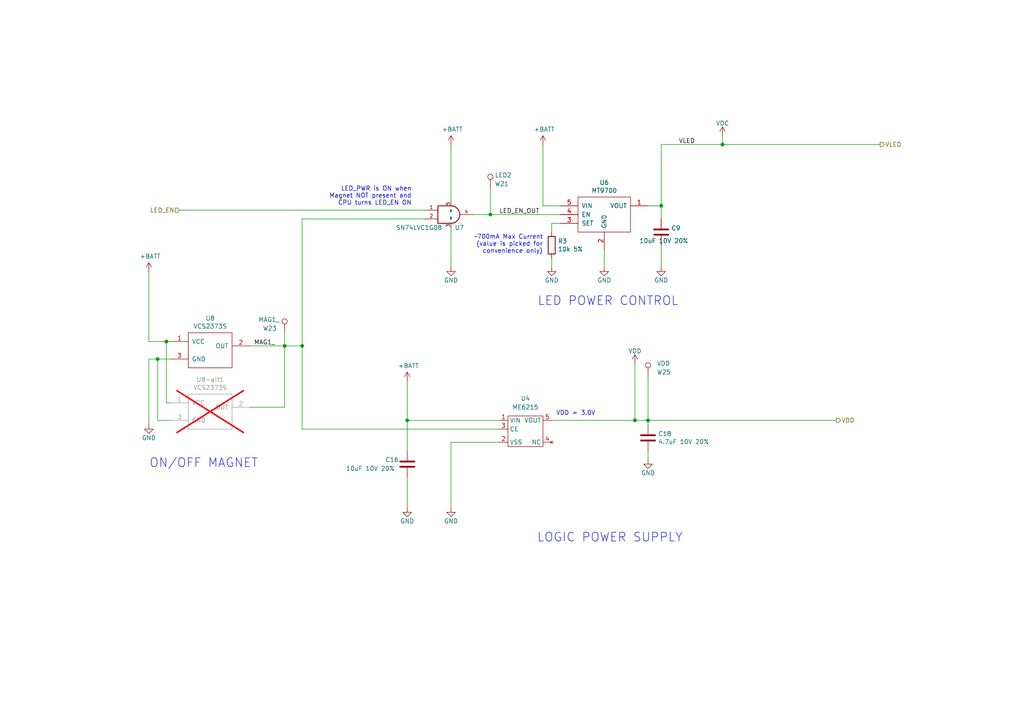
<source format=kicad_sch>
(kicad_sch (version 20231120) (generator "eeschema") (generator_version "8.0")
  (paper "A4")
  (title_block (title "Pixels D20 Schematic, Power") (date "2020-04-13") (rev "2") (company "Systemic Games, LLC"))
  (lib_symbols
    (symbol "Device:C" (pin_numbers hide) (pin_names (offset 0.254))
      (property "Reference" "C" (at 0.635 2.54 0))
      (property "Value" "C" (at 0.635 -2.54 0))
      (symbol "C_0_1"
        (polyline (pts (xy -2.032 -0.762) (xy 2.032 -0.762)) (stroke (width 0.508)))
        (polyline (pts (xy -2.032 0.762) (xy 2.032 0.762)) (stroke (width 0.508)))
      )
      (symbol "C_1_1"
        (pin passive line (at 0 3.81 270) (length 2.794) (name "~") (number "1"))
        (pin passive line (at 0 -3.81 90) (length 2.794) (name "~") (number "2"))
      )
    )
    (symbol "Device:R" (pin_numbers hide) (pin_names (offset 0))
      (property "Reference" "R" (at 2.032 0 90))
      (property "Value" "R" (at 0 0 90))
      (symbol "R_0_1"
        (rectangle (start -1.016 -2.54) (end 1.016 2.54) (stroke (width 0.254)))
      )
      (symbol "R_1_1"
        (pin passive line (at 0 3.81 270) (length 1.27) (name "~") (number "1"))
        (pin passive line (at 0 -3.81 90) (length 1.27) (name "~") (number "2"))
      )
    )
    (symbol "Pixels-dice:74AHC1G08" (pin_names (offset 1.016))
      (property "Reference" "U" (at -2.54 3.81 0))
      (property "Value" "74AHC1G08" (at 0 -3.81 0))
      (symbol "74AHC1G08_0_1"
        (arc (start 0 -2.54) (mid 2.529 0) (end 0 2.54) (stroke (width 0.254)))
        (polyline (pts (xy 0 -2.54) (xy -3.81 -2.54) (xy -3.81 2.54) (xy 0 2.54)) (stroke (width 0.254)))
      )
      (symbol "74AHC1G08_1_1"
        (pin input line (at -7.62 1.27 0) (length 3.81) (name "~") (number "1"))
        (pin input line (at -7.62 -1.27 0) (length 3.81) (name "~") (number "2"))
        (pin power_in line (at 0 -3.81 90) (length 1.27) (name "GND") (number "3"))
        (pin output line (at 6.35 0 180) (length 3.81) (name "~") (number "4"))
        (pin power_in line (at 0 3.81 270) (length 1.27) (name "VCC") (number "5"))
      )
    )
    (symbol "Pixels-dice:ME6215"
      (property "Reference" "U" (at 3.175 -6.35 0))
      (property "Value" "ME6215" (at 0 5.08 0))
      (symbol "ME6215_0_1"
        (rectangle (start -5.08 3.81) (end 5.08 -5.08))
      )
      (symbol "ME6215_1_1"
        (pin power_in line (at -7.62 2.54 0) (length 2.54) (name "VIN") (number "1"))
        (pin power_in line (at -7.62 -3.81 0) (length 2.54) (name "VSS") (number "2"))
        (pin input line (at -7.62 0 0) (length 2.54) (name "CE") (number "3"))
        (pin no_connect line (at 7.62 -3.81 180) (length 2.54) (name "NC") (number "4"))
        (pin power_out line (at 7.62 2.54 180) (length 2.54) (name "VOUT") (number "5"))
      )
    )
    (symbol "Pixels-dice:MT9700" (pin_names (offset 1.016))
      (property "Reference" "U" (at 6.35 -6.35 0))
      (property "Value" "MT9700" (at 0 6.35 0))
      (symbol "MT9700_0_1"
        (rectangle (start -7.62 5.08) (end 7.62 -5.08))
      )
      (symbol "MT9700_1_1"
        (pin power_out line (at 12.7 2.54 180) (length 5.08) (name "VOUT") (number "1"))
        (pin power_in line (at 0 -10.16 90) (length 5.08) (name "GND") (number "2"))
        (pin input line (at -12.7 -2.54 0) (length 5.08) (name "SET") (number "3"))
        (pin input line (at -12.7 0 0) (length 5.08) (name "EN") (number "4"))
        (pin power_in line (at -12.7 2.54 0) (length 5.08) (name "VIN") (number "5"))
      )
    )
    (symbol "Pixels-dice:TEST_1P-conn" (pin_numbers hide) (pin_names (offset 0.762) hide)
      (property "Reference" "W" (at 0 6.858 0))
      (property "Value" "TEST_1P-conn" (at 0 5.08 0))
      (symbol "TEST_1P-conn_0_1"
        (circle (center 0 3.302) (radius 0.762))
      )
      (symbol "TEST_1P-conn_1_1"
        (pin passive line (at 0 0 90) (length 2.54) (name "1") (number "1"))
      )
    )
    (symbol "Pixels-dice:TMR1366" (pin_names (offset 1.016))
      (property "Reference" "U" (at 3.81 -6.35 0))
      (property "Value" "TMR1366" (at 0 6.35 0))
      (symbol "TMR1366_1_1"
        (rectangle (start -6.35 5.08) (end 6.35 -5.08))
        (pin power_in line (at -11.43 2.54 0) (length 5.08) (name "VCC") (number "1"))
        (pin output line (at 11.43 1.27 180) (length 5.08) (name "OUT") (number "2"))
        (pin power_in line (at -11.43 -2.54 0) (length 5.08) (name "GND") (number "3"))
      )
    )
    (symbol "power:+BATT" (power) (pin_names (offset 0))
      (property "Value" "+BATT" (at 0 3.556 0))
      (symbol "+BATT_0_1"
        (polyline (pts (xy -0.762 1.27) (xy 0 2.54)))
        (polyline (pts (xy 0 0) (xy 0 2.54)))
        (polyline (pts (xy 0 2.54) (xy 0.762 1.27)))
      )
      (symbol "+BATT_1_1"
        (pin power_in line (at 0 0 90) (length 0) hide (name "+BATT") (number "1"))
      )
    )
    (symbol "power:GND" (power) (pin_names (offset 0))
      (property "Value" "GND" (at 0 -3.81 0))
      (symbol "GND_0_1"
        (polyline (pts (xy 0 0) (xy 0 -1.27) (xy 1.27 -1.27) (xy 0 -2.54) (xy -1.27 -1.27) (xy 0 -1.27)))
      )
      (symbol "GND_1_1"
        (pin power_in line (at 0 0 270) (length 0) hide (name "GND") (number "1"))
      )
    )
    (symbol "power:VDC" (power) (pin_names (offset 0))
      (property "Value" "VDC" (at 0 6.35 0))
      (symbol "VDC_0_1"
        (polyline (pts (xy -0.762 1.27) (xy 0 2.54)))
        (polyline (pts (xy 0 0) (xy 0 2.54)))
        (polyline (pts (xy 0 2.54) (xy 0.762 1.27)))
      )
      (symbol "VDC_1_1"
        (pin power_in line (at 0 0 90) (length 0) hide (name "VDC") (number "1"))
      )
    )
    (symbol "power:VDD" (power) (pin_names (offset 0))
      (property "Value" "VDD" (at 0 3.81 0))
      (symbol "VDD_0_1"
        (polyline (pts (xy -0.762 1.27) (xy 0 2.54)))
        (polyline (pts (xy 0 0) (xy 0 2.54)))
        (polyline (pts (xy 0 2.54) (xy 0.762 1.27)))
      )
      (symbol "VDD_1_1"
        (pin power_in line (at 0 0 90) (length 0) hide (name "VDD") (number "1"))
      )
    )
  )
  (junction (at 142.24 62.23))
  (junction (at 48.26 99.06))
  (junction (at 209.55 41.91))
  (junction (at 87.63 100.33))
  (junction (at 82.55 100.33))
  (junction (at 184.15 121.92))
  (junction (at 191.77 59.69))
  (junction (at 118.11 121.92))
  (junction (at 187.96 121.92))
  (junction (at 45.72 104.14))
  (wire (pts (xy 45.72 104.14) (xy 43.18 104.14)))
  (wire (pts (xy 45.72 121.92) (xy 45.72 104.14)))
  (wire (pts (xy 87.63 100.33) (xy 82.55 100.33)))
  (wire (pts (xy 187.96 130.81) (xy 187.96 133.35)))
  (wire (pts (xy 118.11 121.92) (xy 144.78 121.92)))
  (wire (pts (xy 43.18 78.74) (xy 43.18 99.06)))
  (wire (pts (xy 118.11 130.81) (xy 118.11 121.92)))
  (wire (pts (xy 49.53 104.14) (xy 45.72 104.14)))
  (wire (pts (xy 255.27 41.91) (xy 209.55 41.91)))
  (wire (pts (xy 175.26 72.39) (xy 175.26 77.47)))
  (wire (pts (xy 82.55 118.11) (xy 82.55 100.33)))
  (wire (pts (xy 118.11 138.43) (xy 118.11 147.32)))
  (wire (pts (xy 130.81 128.27) (xy 130.81 147.32)))
  (wire (pts (xy 52.07 60.96) (xy 123.19 60.96)))
  (wire (pts (xy 187.96 121.92) (xy 187.96 123.19)))
  (wire (pts (xy 43.18 104.14) (xy 43.18 123.19)))
  (wire (pts (xy 48.26 99.06) (xy 49.53 99.06)))
  (wire (pts (xy 187.96 121.92) (xy 242.57 121.92)))
  (wire (pts (xy 160.02 121.92) (xy 184.15 121.92)))
  (wire (pts (xy 191.77 63.5) (xy 191.77 59.69)))
  (wire (pts (xy 48.26 99.06) (xy 48.26 116.84)))
  (wire (pts (xy 209.55 41.91) (xy 191.77 41.91)))
  (wire (pts (xy 162.56 59.69) (xy 157.48 59.69)))
  (wire (pts (xy 87.63 63.5) (xy 87.63 100.33)))
  (wire (pts (xy 130.81 66.04) (xy 130.81 77.47)))
  (wire (pts (xy 43.18 99.06) (xy 48.26 99.06)))
  (wire (pts (xy 130.81 41.91) (xy 130.81 58.42)))
  (wire (pts (xy 142.24 62.23) (xy 162.56 62.23)))
  (wire (pts (xy 72.39 118.11) (xy 82.55 118.11)))
  (wire (pts (xy 209.55 39.37) (xy 209.55 41.91)))
  (wire (pts (xy 162.56 64.77) (xy 160.02 64.77)))
  (wire (pts (xy 48.26 116.84) (xy 49.53 116.84)))
  (wire (pts (xy 49.53 121.92) (xy 45.72 121.92)))
  (wire (pts (xy 160.02 74.93) (xy 160.02 77.47)))
  (wire (pts (xy 137.16 62.23) (xy 142.24 62.23)))
  (wire (pts (xy 87.63 124.46) (xy 144.78 124.46)))
  (wire (pts (xy 184.15 105.41) (xy 184.15 121.92)))
  (wire (pts (xy 118.11 110.49) (xy 118.11 121.92)))
  (wire (pts (xy 184.15 121.92) (xy 187.96 121.92)))
  (wire (pts (xy 82.55 100.33) (xy 72.39 100.33)))
  (wire (pts (xy 160.02 64.77) (xy 160.02 67.31)))
  (wire (pts (xy 187.96 59.69) (xy 191.77 59.69)))
  (wire (pts (xy 87.63 100.33) (xy 87.63 124.46)))
  (wire (pts (xy 157.48 41.91) (xy 157.48 59.69)))
  (wire (pts (xy 144.78 128.27) (xy 130.81 128.27)))
  (wire (pts (xy 142.24 54.61) (xy 142.24 62.23)))
  (wire (pts (xy 187.96 109.22) (xy 187.96 121.92)))
  (wire (pts (xy 191.77 41.91) (xy 191.77 59.69)))
  (wire (pts (xy 82.55 96.52) (xy 82.55 100.33)))
  (wire (pts (xy 87.63 63.5) (xy 123.19 63.5)))
  (wire (pts (xy 191.77 71.12) (xy 191.77 77.47)))
  (text "LOGIC POWER SUPPLY" (at 198.12 157.48 0) (effects (font (size 2.54 2.54)) (justify right bottom)))
  (text "ON/OFF MAGNET" (at 74.93 135.89 0) (effects (font (size 2.54 2.54)) (justify right bottom)))
  (text "LED_PWR is ON when\nMagnet NOT present and\nCPU turns LED_EN ON" (at 119.38 59.69 0) (effects (font (size 1.27 1.27)) (justify right bottom)))
  (text "LED POWER CONTROL" (at 196.85 88.9 0) (effects (font (size 2.54 2.54)) (justify right bottom)))
  (text "~700mA Max Current\n(value is picked for\nconvenience only)" (at 157.48 73.66 0) (effects (font (size 1.27 1.27)) (justify right bottom)))
  (text "VDD = 3.0V" (at 172.72 120.65 0) (effects (font (size 1.27 1.27)) (justify right bottom)))
  (label "MAG1_" (at 73.66 100.33 0))
  (label "VLED" (at 196.85 41.91 0))
  (label "LED_EN_OUT" (at 144.78 62.23 0))
  (hierarchical_label "LED_EN" (shape input) (at 52.07 60.96 180))
  (hierarchical_label "VDD" (shape output) (at 242.57 121.92 0))
  (hierarchical_label "VLED" (shape output) (at 255.27 41.91 0))
  (symbol (lib_id "Pixels-dice:TEST_1P-conn") (at 142.24 54.61 0) (unit 1) (in_bom no)
    (property "Reference" "W21" (at 143.51 53.34 0) (effects (justify left)))
    (property "Value" "LED2" (at 143.51 50.8 0) (effects (justify left)))
    (property "Footprint" "Pixels-dice:TEST_PIN" (effects (hide yes)))
    (property "Generic OK" "N/A" (effects (hide yes)))
  )
  (symbol (lib_id "power:+BATT") (at 157.48 41.91 0) (unit 1)
    (property "Reference" "#PWR033" (effects (hide yes)))
    (property "Value" "+BATT" (at 157.861 37.5158 0))
  )
  (symbol (lib_id "power:GND") (at 175.26 77.47 0) (unit 1)
    (property "Reference" "#PWR038" (effects (hide yes)))
    (property "Value" "GND" (at 175.26 81.28 0))
  )
  (symbol (lib_id "power:GND") (at 43.18 123.19 0) (unit 1)
    (property "Reference" "#PWR039" (effects (hide yes)))
    (property "Value" "GND" (at 43.18 127 0))
  )
  (symbol (lib_id "power:+BATT") (at 43.18 78.74 0) (unit 1)
    (property "Reference" "#PWR036" (effects (hide yes)))
    (property "Value" "+BATT" (at 43.561 74.3458 0))
  )
  (symbol (lib_id "Pixels-dice:TEST_1P-conn") (at 82.55 96.52 0) (unit 1) (in_bom no)
    (property "Reference" "W23" (at 76.2 95.25 0) (effects (justify left)))
    (property "Value" "MAG1_" (at 74.93 92.71 0) (effects (justify left)))
    (property "Footprint" "Pixels-dice:TEST_PIN" (effects (hide yes)))
    (property "Generic OK" "N/A" (effects (hide yes)))
  )
  (symbol (lib_id "Pixels-dice:74AHC1G08") (at 130.81 62.23 0) (unit 1)
    (property "Reference" "U7" (at 134.62 66.04 0) (effects (justify right)))
    (property "Value" "SN74LVC1G08" (at 128.27 66.04 0) (effects (justify right)))
    (property "Footprint" "Pixels-dice:SOT-353_SC-70-5" (effects (hide yes)))
    (property "Datasheet" "http://www.ti.com/lit/sg/scyt129e/scyt129e.pdf" (effects (hide yes)))
    (property "Generic OK" "YES" (effects (hide yes)))
    (property "Manufacturer" "UMW(Youtai Semiconductor Co., Ltd.)" (effects (hide yes)))
    (property "Manufacturer Part Number" "SN74LVC1G08DCKR" (effects (hide yes)))
    (property "Pixels Part Number" "SMD-U007" (effects (hide yes)))
  )
  (symbol (lib_id "power:+BATT") (at 130.81 41.91 0) (unit 1)
    (property "Reference" "#PWR020" (effects (hide yes)))
    (property "Value" "+BATT" (at 131.191 37.5158 0))
  )
  (symbol (lib_id "power:GND") (at 130.81 77.47 0) (unit 1)
    (property "Reference" "#PWR034" (effects (hide yes)))
    (property "Value" "GND" (at 130.81 81.28 0))
  )
  (symbol (lib_id "Pixels-dice:TMR1366") (at 60.96 101.6 0) (unit 1)
    (property "Reference" "U8" (at 60.96 92.329 0))
    (property "Value" "VCS2373S" (at 60.96 94.6404 0))
    (property "Footprint" "Pixels-dice:SOT-23" (effects (hide yes)))
    (property "Generic OK" "NO" (effects (hide yes)))
    (property "Manufacturer" "HUAXIN" (effects (hide yes)))
    (property "Manufacturer Part Number" "VCS2373S" (effects (hide yes)))
    (property "Pixels Part Number" "SMD-U008-ALT8" (effects (hide yes)))
  )
  (symbol (lib_id "Device:C") (at 191.77 67.31 0) (unit 1)
    (property "Reference" "C9" (at 194.691 66.1416 0) (effects (justify left)))
    (property "Value" "10uF 10V 20%" (at 185.42 69.85 0) (effects (justify left)))
    (property "Footprint" "Pixels-dice:C_0402_1005Metric" (effects (hide yes)))
    (property "Generic OK" "YES" (effects (hide yes)))
    (property "Pixels Part Number" "SMD-C002" (effects (hide yes)))
    (property "Manufacturer" "Murata" (effects (hide yes)))
    (property "Manufacturer Part Number" "GRM155R60J106ME05D" (effects (hide yes)))
  )
  (symbol (lib_id "power:GND") (at 191.77 77.47 0) (unit 1)
    (property "Reference" "#PWR0142" (effects (hide yes)))
    (property "Value" "GND" (at 191.77 81.28 0))
  )
  (symbol (lib_id "Pixels-dice:MT9700") (at 175.26 62.23 0) (unit 1)
    (property "Reference" "U6" (at 175.26 52.959 0))
    (property "Value" "MT9700" (at 175.26 55.2704 0))
    (property "Footprint" "Pixels-dice:SOT-23-5" (effects (hide yes)))
    (property "Manufacturer" "XI'AN Aerosemi Tech" (effects (hide yes)))
    (property "Manufacturer Part Number" "MT9700" (effects (hide yes)))
    (property "Pixels Part Number" "SMD-U006-ALT2" (effects (hide yes)))
    (property "Generic OK" "NO" (effects (hide yes)))
  )
  (symbol (lib_id "Device:R") (at 160.02 71.12 0) (unit 1)
    (property "Reference" "R3" (at 161.798 69.9516 0) (effects (justify left)))
    (property "Value" "10k 5%" (at 161.798 72.263 0) (effects (justify left)))
    (property "Footprint" "Resistor_SMD:R_0402_1005Metric" (effects (hide yes)))
    (property "Generic OK" "YES" (effects (hide yes)))
    (property "Manufacturer" "UNI-ROYAL(Uniroyal Elec)" (effects (hide yes)))
    (property "Manufacturer Part Number" "0402WGJ0103TCE" (effects (hide yes)))
    (property "Pixels Part Number" "SMD-R002" (effects (hide yes)))
  )
  (symbol (lib_id "power:GND") (at 160.02 77.47 0) (unit 1)
    (property "Reference" "#PWR0101" (effects (hide yes)))
    (property "Value" "GND" (at 160.02 81.28 0))
  )
  (symbol (lib_id "Pixels-dice:TEST_1P-conn") (at 187.96 109.22 0) (unit 1) (in_bom no)
    (property "Reference" "W25" (at 190.5 107.95 0) (effects (justify left)))
    (property "Value" "VDD" (at 190.5 105.41 0) (effects (justify left)))
    (property "Footprint" "Pixels-dice:TEST_PIN" (effects (hide yes)))
    (property "Generic OK" "N/A" (effects (hide yes)))
  )
  (symbol (lib_id "power:GND") (at 187.96 133.35 0) (unit 1)
    (property "Reference" "#PWR0132" (effects (hide yes)))
    (property "Value" "GND" (at 187.96 137.16 0))
  )
  (symbol (lib_id "power:+BATT") (at 118.11 110.49 0) (unit 1)
    (property "Reference" "#PWR0128" (effects (hide yes)))
    (property "Value" "+BATT" (at 118.491 106.0958 0))
  )
  (symbol (lib_id "power:VDC") (at 209.55 39.37 0) (unit 1)
    (property "Reference" "#PWR026" (effects (hide yes)))
    (property "Value" "VDC" (at 209.55 35.7655 0))
  )
  (symbol (lib_id "power:GND") (at 130.81 147.32 0) (unit 1)
    (property "Reference" "#PWR0129" (effects (hide yes)))
    (property "Value" "GND" (at 130.81 151.13 0))
  )
  (symbol (lib_id "Device:C") (at 187.96 127 0) (unit 1)
    (property "Reference" "C18" (at 190.881 125.8316 0) (effects (justify left)))
    (property "Value" "4.7uF 10V 20%" (at 190.881 128.143 0) (effects (justify left)))
    (property "Footprint" "Pixels-dice:C_0402_1005Metric" (effects (hide yes)))
    (property "Generic OK" "YES" (effects (hide yes)))
    (property "Pixels Part Number" "SMD-C002" (effects (hide yes)))
    (property "Manufacturer" "Murata" (effects (hide yes)))
    (property "Manufacturer Part Number" "GRM155R61A475MEAAJ" (effects (hide yes)))
  )
  (symbol (lib_id "power:GND") (at 118.11 147.32 0) (unit 1)
    (property "Reference" "#PWR0130" (effects (hide yes)))
    (property "Value" "GND" (at 118.11 151.13 0))
  )
  (symbol (lib_id "Device:C") (at 118.11 134.62 0) (unit 1)
    (property "Reference" "C16" (at 111.76 133.35 0) (effects (justify left)))
    (property "Value" "10uF 10V 20%" (at 100.33 135.89 0) (effects (justify left)))
    (property "Footprint" "Pixels-dice:C_0402_1005Metric" (effects (hide yes)))
    (property "Generic OK" "YES" (effects (hide yes)))
    (property "Pixels Part Number" "SMD-C002" (effects (hide yes)))
    (property "Manufacturer" "Murata" (effects (hide yes)))
    (property "Manufacturer Part Number" "GRM155R60J106ME05D" (effects (hide yes)))
  )
  (symbol (lib_id "Pixels-dice:ME6215") (at 152.4 124.46 0) (unit 1)
    (property "Reference" "U4" (at 152.4 115.57 0))
    (property "Value" "ME6215" (at 152.4 118.11 0))
    (property "Footprint" "Pixels-dice:SOT-23-5" (effects (hide yes)))
    (property "Generic OK" "NO" (effects (hide yes)))
    (property "Manufacturer" "MICRONE(Nanjing Micro One Elec)" (effects (hide yes)))
    (property "Manufacturer Part Number" "ME6215C30M5G" (effects (hide yes)))
  )
  (symbol (lib_id "power:VDD") (at 184.15 105.41 0) (unit 1)
    (property "Reference" "#PWR0131" (effects (hide yes)))
    (property "Value" "VDD" (at 184.15 101.8055 0))
  )
  (symbol (lib_id "Pixels-dice:TMR1366") (at 60.96 119.38 0) (unit 1) (dnp yes)
    (property "Reference" "U8-alt1" (at 60.96 110.109 0))
    (property "Value" "VCS2373S" (at 60.96 112.4204 0))
    (property "Footprint" "Pixels-dice:SOT-23" (effects (hide yes)))
    (property "Generic OK" "NO" (effects (hide yes)))
    (property "Manufacturer" "HUAXIN" (effects (hide yes)))
    (property "Manufacturer Part Number" "VCS2373S" (effects (hide yes)))
    (property "Pixels Part Number" "SMD-U008-ALT8" (effects (hide yes)))
  )
)
</source>
